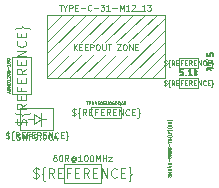
<source format=gbr>
G04 #@! TF.GenerationSoftware,KiCad,Pcbnew,(5.1.4)-1*
G04 #@! TF.CreationDate,2022-05-10T00:39:04+09:00*
G04 #@! TF.ProjectId,Unified-Daughterboard,556e6966-6965-4642-9d44-617567687465,C3*
G04 #@! TF.SameCoordinates,Original*
G04 #@! TF.FileFunction,Other,Fab,Top*
%FSLAX46Y46*%
G04 Gerber Fmt 4.6, Leading zero omitted, Abs format (unit mm)*
G04 Created by KiCad (PCBNEW (5.1.4)-1) date 2022-05-10 00:39:04*
%MOMM*%
%LPD*%
G04 APERTURE LIST*
%ADD10C,0.100000*%
%ADD11C,0.120000*%
%ADD12C,0.050000*%
%ADD13C,0.063500*%
%ADD14C,0.050800*%
%ADD15C,0.127000*%
%ADD16C,0.075000*%
%ADD17C,0.125000*%
G04 APERTURE END LIST*
D10*
X73752500Y-66593000D02*
X74002500Y-66843000D01*
X76252500Y-66843000D02*
X76252500Y-65843000D01*
X74002500Y-66843000D02*
X76252500Y-66843000D01*
X73752500Y-65843000D02*
X73752500Y-66593000D01*
X73752500Y-65843000D02*
X76252500Y-65843000D01*
X71425000Y-70701000D02*
X74625000Y-70701000D01*
X71425000Y-72301000D02*
X71425000Y-70701000D01*
X74625000Y-72301000D02*
X71425000Y-72301000D01*
X74625000Y-70701000D02*
X74625000Y-72301000D01*
X81202500Y-61743000D02*
X82802500Y-61743000D01*
X82802500Y-61743000D02*
X82802500Y-62543000D01*
X82802500Y-62543000D02*
X81202500Y-62543000D01*
X81202500Y-62543000D02*
X81202500Y-61743000D01*
X67090500Y-64807000D02*
X67090500Y-61607000D01*
X68690500Y-64807000D02*
X67090500Y-64807000D01*
X68690500Y-61607000D02*
X68690500Y-64807000D01*
X67090500Y-61607000D02*
X68690500Y-61607000D01*
X68909500Y-66890000D02*
X68409500Y-66890000D01*
X68909500Y-66490000D02*
X69509500Y-66890000D01*
X68909500Y-67290000D02*
X68909500Y-66490000D01*
X69509500Y-66890000D02*
X68909500Y-67290000D01*
X69509500Y-66890000D02*
X69509500Y-66340000D01*
X69509500Y-66890000D02*
X69509500Y-67440000D01*
X69909500Y-66890000D02*
X69509500Y-66890000D01*
X70559500Y-65990000D02*
X70559500Y-67790000D01*
X67759500Y-65990000D02*
X70559500Y-65990000D01*
X67759500Y-67790000D02*
X67759500Y-65990000D01*
X70559500Y-67790000D02*
X67759500Y-67790000D01*
D11*
X80002500Y-63443000D02*
X80002500Y-58043000D01*
X80002500Y-58043000D02*
X70002500Y-58043000D01*
X70002500Y-58043000D02*
X70002500Y-63443000D01*
X70002500Y-63443000D02*
X80002500Y-63443000D01*
D12*
X80002500Y-59343000D02*
X75902500Y-63443000D01*
X80002500Y-60343000D02*
X76902500Y-63443000D01*
X79302500Y-58043000D02*
X76902500Y-60343000D01*
X80002500Y-61343000D02*
X77902500Y-63443000D01*
X80002500Y-62343000D02*
X78902500Y-63443000D01*
X75902500Y-61443000D02*
X73902500Y-63443000D01*
X76902500Y-61443000D02*
X74902500Y-63443000D01*
X80002500Y-58343000D02*
X77902500Y-60343000D01*
X78302500Y-58043000D02*
X75902500Y-60343000D01*
X74902500Y-61443000D02*
X72902500Y-63443000D01*
X73902500Y-61443000D02*
X71902500Y-63443000D01*
X77302500Y-58043000D02*
X74902500Y-60343000D01*
X76302500Y-58043000D02*
X73902500Y-60343000D01*
X72902500Y-61443000D02*
X70902500Y-63443000D01*
X71902500Y-61443000D02*
X70002500Y-63343000D01*
X75302500Y-58043000D02*
X72902500Y-60343000D01*
X74302500Y-58043000D02*
X70002500Y-62343000D01*
X73302500Y-58043000D02*
X70002500Y-61343000D01*
X72302500Y-58043000D02*
X70002500Y-60343000D01*
X71302500Y-58043000D02*
X70002500Y-59343000D01*
D10*
X81202500Y-64243000D02*
X81202500Y-63443000D01*
X82802500Y-64243000D02*
X81202500Y-64243000D01*
X82802500Y-63443000D02*
X82802500Y-64243000D01*
X81202500Y-63443000D02*
X82802500Y-63443000D01*
D13*
X73327309Y-65401504D02*
X73472452Y-65401504D01*
X73399880Y-65655504D02*
X73399880Y-65401504D01*
X73557119Y-65655504D02*
X73557119Y-65401504D01*
X73653880Y-65401504D01*
X73678071Y-65413600D01*
X73690166Y-65425695D01*
X73702261Y-65449885D01*
X73702261Y-65486171D01*
X73690166Y-65510361D01*
X73678071Y-65522457D01*
X73653880Y-65534552D01*
X73557119Y-65534552D01*
X73811119Y-65655504D02*
X73811119Y-65401504D01*
X73871595Y-65401504D01*
X73907880Y-65413600D01*
X73932071Y-65437790D01*
X73944166Y-65461980D01*
X73956261Y-65510361D01*
X73956261Y-65546647D01*
X73944166Y-65595028D01*
X73932071Y-65619219D01*
X73907880Y-65643409D01*
X73871595Y-65655504D01*
X73811119Y-65655504D01*
X74173976Y-65486171D02*
X74173976Y-65655504D01*
X74113500Y-65389409D02*
X74053023Y-65570838D01*
X74210261Y-65570838D01*
X74307023Y-65522457D02*
X74391690Y-65522457D01*
X74427976Y-65655504D02*
X74307023Y-65655504D01*
X74307023Y-65401504D01*
X74427976Y-65401504D01*
X74585214Y-65401504D02*
X74609404Y-65401504D01*
X74633595Y-65413600D01*
X74645690Y-65425695D01*
X74657785Y-65449885D01*
X74669880Y-65498266D01*
X74669880Y-65558742D01*
X74657785Y-65607123D01*
X74645690Y-65631314D01*
X74633595Y-65643409D01*
X74609404Y-65655504D01*
X74585214Y-65655504D01*
X74561023Y-65643409D01*
X74548928Y-65631314D01*
X74536833Y-65607123D01*
X74524738Y-65558742D01*
X74524738Y-65498266D01*
X74536833Y-65449885D01*
X74548928Y-65425695D01*
X74561023Y-65413600D01*
X74585214Y-65401504D01*
X74899690Y-65401504D02*
X74778738Y-65401504D01*
X74766642Y-65522457D01*
X74778738Y-65510361D01*
X74802928Y-65498266D01*
X74863404Y-65498266D01*
X74887595Y-65510361D01*
X74899690Y-65522457D01*
X74911785Y-65546647D01*
X74911785Y-65607123D01*
X74899690Y-65631314D01*
X74887595Y-65643409D01*
X74863404Y-65655504D01*
X74802928Y-65655504D01*
X74778738Y-65643409D01*
X74766642Y-65631314D01*
X75020642Y-65401504D02*
X75020642Y-65607123D01*
X75032738Y-65631314D01*
X75044833Y-65643409D01*
X75069023Y-65655504D01*
X75117404Y-65655504D01*
X75141595Y-65643409D01*
X75153690Y-65631314D01*
X75165785Y-65607123D01*
X75165785Y-65401504D01*
X75335119Y-65401504D02*
X75359309Y-65401504D01*
X75383500Y-65413600D01*
X75395595Y-65425695D01*
X75407690Y-65449885D01*
X75419785Y-65498266D01*
X75419785Y-65558742D01*
X75407690Y-65607123D01*
X75395595Y-65631314D01*
X75383500Y-65643409D01*
X75359309Y-65655504D01*
X75335119Y-65655504D01*
X75310928Y-65643409D01*
X75298833Y-65631314D01*
X75286738Y-65607123D01*
X75274642Y-65558742D01*
X75274642Y-65498266D01*
X75286738Y-65449885D01*
X75298833Y-65425695D01*
X75310928Y-65413600D01*
X75335119Y-65401504D01*
X75637500Y-65401504D02*
X75589119Y-65401504D01*
X75564928Y-65413600D01*
X75552833Y-65425695D01*
X75528642Y-65461980D01*
X75516547Y-65510361D01*
X75516547Y-65607123D01*
X75528642Y-65631314D01*
X75540738Y-65643409D01*
X75564928Y-65655504D01*
X75613309Y-65655504D01*
X75637500Y-65643409D01*
X75649595Y-65631314D01*
X75661690Y-65607123D01*
X75661690Y-65546647D01*
X75649595Y-65522457D01*
X75637500Y-65510361D01*
X75613309Y-65498266D01*
X75564928Y-65498266D01*
X75540738Y-65510361D01*
X75528642Y-65522457D01*
X75516547Y-65546647D01*
X75770547Y-65655504D02*
X75770547Y-65401504D01*
X75831023Y-65401504D01*
X75867309Y-65413600D01*
X75891500Y-65437790D01*
X75903595Y-65461980D01*
X75915690Y-65510361D01*
X75915690Y-65546647D01*
X75903595Y-65595028D01*
X75891500Y-65619219D01*
X75867309Y-65643409D01*
X75831023Y-65655504D01*
X75770547Y-65655504D01*
X76193880Y-65679695D02*
X76169690Y-65667600D01*
X76145500Y-65643409D01*
X76109214Y-65607123D01*
X76085023Y-65595028D01*
X76060833Y-65595028D01*
X76072928Y-65655504D02*
X76048738Y-65643409D01*
X76024547Y-65619219D01*
X76012452Y-65570838D01*
X76012452Y-65486171D01*
X76024547Y-65437790D01*
X76048738Y-65413600D01*
X76072928Y-65401504D01*
X76121309Y-65401504D01*
X76145500Y-65413600D01*
X76169690Y-65437790D01*
X76181785Y-65486171D01*
X76181785Y-65570838D01*
X76169690Y-65619219D01*
X76145500Y-65643409D01*
X76121309Y-65655504D01*
X76072928Y-65655504D01*
X76278547Y-65582933D02*
X76399500Y-65582933D01*
X76254357Y-65655504D02*
X76339023Y-65401504D01*
X76423690Y-65655504D01*
X76653500Y-65655504D02*
X76568833Y-65534552D01*
X76508357Y-65655504D02*
X76508357Y-65401504D01*
X76605119Y-65401504D01*
X76629309Y-65413600D01*
X76641404Y-65425695D01*
X76653500Y-65449885D01*
X76653500Y-65486171D01*
X76641404Y-65510361D01*
X76629309Y-65522457D01*
X76605119Y-65534552D01*
X76508357Y-65534552D01*
D10*
X72134642Y-66565619D02*
X72213214Y-66591809D01*
X72344166Y-66591809D01*
X72396547Y-66565619D01*
X72422738Y-66539428D01*
X72448928Y-66487047D01*
X72448928Y-66434666D01*
X72422738Y-66382285D01*
X72396547Y-66356095D01*
X72344166Y-66329904D01*
X72239404Y-66303714D01*
X72187023Y-66277523D01*
X72160833Y-66251333D01*
X72134642Y-66198952D01*
X72134642Y-66146571D01*
X72160833Y-66094190D01*
X72187023Y-66068000D01*
X72239404Y-66041809D01*
X72370357Y-66041809D01*
X72448928Y-66068000D01*
X72291785Y-65963238D02*
X72291785Y-66670380D01*
X72841785Y-66801333D02*
X72815595Y-66801333D01*
X72763214Y-66775142D01*
X72737023Y-66722761D01*
X72737023Y-66460857D01*
X72710833Y-66408476D01*
X72658452Y-66382285D01*
X72710833Y-66356095D01*
X72737023Y-66303714D01*
X72737023Y-66041809D01*
X72763214Y-65989428D01*
X72815595Y-65963238D01*
X72841785Y-65963238D01*
X73365595Y-66591809D02*
X73182261Y-66329904D01*
X73051309Y-66591809D02*
X73051309Y-66041809D01*
X73260833Y-66041809D01*
X73313214Y-66068000D01*
X73339404Y-66094190D01*
X73365595Y-66146571D01*
X73365595Y-66225142D01*
X73339404Y-66277523D01*
X73313214Y-66303714D01*
X73260833Y-66329904D01*
X73051309Y-66329904D01*
X73601309Y-66303714D02*
X73784642Y-66303714D01*
X73863214Y-66591809D02*
X73601309Y-66591809D01*
X73601309Y-66041809D01*
X73863214Y-66041809D01*
X74282261Y-66303714D02*
X74098928Y-66303714D01*
X74098928Y-66591809D02*
X74098928Y-66041809D01*
X74360833Y-66041809D01*
X74570357Y-66303714D02*
X74753690Y-66303714D01*
X74832261Y-66591809D02*
X74570357Y-66591809D01*
X74570357Y-66041809D01*
X74832261Y-66041809D01*
X75382261Y-66591809D02*
X75198928Y-66329904D01*
X75067976Y-66591809D02*
X75067976Y-66041809D01*
X75277500Y-66041809D01*
X75329880Y-66068000D01*
X75356071Y-66094190D01*
X75382261Y-66146571D01*
X75382261Y-66225142D01*
X75356071Y-66277523D01*
X75329880Y-66303714D01*
X75277500Y-66329904D01*
X75067976Y-66329904D01*
X75617976Y-66303714D02*
X75801309Y-66303714D01*
X75879880Y-66591809D02*
X75617976Y-66591809D01*
X75617976Y-66041809D01*
X75879880Y-66041809D01*
X76115595Y-66591809D02*
X76115595Y-66041809D01*
X76429880Y-66591809D01*
X76429880Y-66041809D01*
X77006071Y-66539428D02*
X76979880Y-66565619D01*
X76901309Y-66591809D01*
X76848928Y-66591809D01*
X76770357Y-66565619D01*
X76717976Y-66513238D01*
X76691785Y-66460857D01*
X76665595Y-66356095D01*
X76665595Y-66277523D01*
X76691785Y-66172761D01*
X76717976Y-66120380D01*
X76770357Y-66068000D01*
X76848928Y-66041809D01*
X76901309Y-66041809D01*
X76979880Y-66068000D01*
X77006071Y-66094190D01*
X77241785Y-66303714D02*
X77425119Y-66303714D01*
X77503690Y-66591809D02*
X77241785Y-66591809D01*
X77241785Y-66041809D01*
X77503690Y-66041809D01*
X77687023Y-66801333D02*
X77713214Y-66801333D01*
X77765595Y-66775142D01*
X77791785Y-66722761D01*
X77791785Y-66460857D01*
X77817976Y-66408476D01*
X77870357Y-66382285D01*
X77817976Y-66356095D01*
X77791785Y-66303714D01*
X77791785Y-66041809D01*
X77765595Y-65989428D01*
X77713214Y-65963238D01*
X77687023Y-65963238D01*
D14*
X70796571Y-69952809D02*
X70699809Y-69952809D01*
X70651428Y-69977000D01*
X70627238Y-70001190D01*
X70578857Y-70073761D01*
X70554666Y-70170523D01*
X70554666Y-70364047D01*
X70578857Y-70412428D01*
X70603047Y-70436619D01*
X70651428Y-70460809D01*
X70748190Y-70460809D01*
X70796571Y-70436619D01*
X70820761Y-70412428D01*
X70844952Y-70364047D01*
X70844952Y-70243095D01*
X70820761Y-70194714D01*
X70796571Y-70170523D01*
X70748190Y-70146333D01*
X70651428Y-70146333D01*
X70603047Y-70170523D01*
X70578857Y-70194714D01*
X70554666Y-70243095D01*
X71159428Y-69952809D02*
X71207809Y-69952809D01*
X71256190Y-69977000D01*
X71280380Y-70001190D01*
X71304571Y-70049571D01*
X71328761Y-70146333D01*
X71328761Y-70267285D01*
X71304571Y-70364047D01*
X71280380Y-70412428D01*
X71256190Y-70436619D01*
X71207809Y-70460809D01*
X71159428Y-70460809D01*
X71111047Y-70436619D01*
X71086857Y-70412428D01*
X71062666Y-70364047D01*
X71038476Y-70267285D01*
X71038476Y-70146333D01*
X71062666Y-70049571D01*
X71086857Y-70001190D01*
X71111047Y-69977000D01*
X71159428Y-69952809D01*
X71836761Y-70460809D02*
X71667428Y-70218904D01*
X71546476Y-70460809D02*
X71546476Y-69952809D01*
X71740000Y-69952809D01*
X71788380Y-69977000D01*
X71812571Y-70001190D01*
X71836761Y-70049571D01*
X71836761Y-70122142D01*
X71812571Y-70170523D01*
X71788380Y-70194714D01*
X71740000Y-70218904D01*
X71546476Y-70218904D01*
X72368952Y-70218904D02*
X72344761Y-70194714D01*
X72296380Y-70170523D01*
X72248000Y-70170523D01*
X72199619Y-70194714D01*
X72175428Y-70218904D01*
X72151238Y-70267285D01*
X72151238Y-70315666D01*
X72175428Y-70364047D01*
X72199619Y-70388238D01*
X72248000Y-70412428D01*
X72296380Y-70412428D01*
X72344761Y-70388238D01*
X72368952Y-70364047D01*
X72368952Y-70170523D02*
X72368952Y-70364047D01*
X72393142Y-70388238D01*
X72417333Y-70388238D01*
X72465714Y-70364047D01*
X72489904Y-70315666D01*
X72489904Y-70194714D01*
X72441523Y-70122142D01*
X72368952Y-70073761D01*
X72272190Y-70049571D01*
X72175428Y-70073761D01*
X72102857Y-70122142D01*
X72054476Y-70194714D01*
X72030285Y-70291476D01*
X72054476Y-70388238D01*
X72102857Y-70460809D01*
X72175428Y-70509190D01*
X72272190Y-70533380D01*
X72368952Y-70509190D01*
X72441523Y-70460809D01*
X72973714Y-70460809D02*
X72683428Y-70460809D01*
X72828571Y-70460809D02*
X72828571Y-69952809D01*
X72780190Y-70025380D01*
X72731809Y-70073761D01*
X72683428Y-70097952D01*
X73288190Y-69952809D02*
X73336571Y-69952809D01*
X73384952Y-69977000D01*
X73409142Y-70001190D01*
X73433333Y-70049571D01*
X73457523Y-70146333D01*
X73457523Y-70267285D01*
X73433333Y-70364047D01*
X73409142Y-70412428D01*
X73384952Y-70436619D01*
X73336571Y-70460809D01*
X73288190Y-70460809D01*
X73239809Y-70436619D01*
X73215619Y-70412428D01*
X73191428Y-70364047D01*
X73167238Y-70267285D01*
X73167238Y-70146333D01*
X73191428Y-70049571D01*
X73215619Y-70001190D01*
X73239809Y-69977000D01*
X73288190Y-69952809D01*
X73772000Y-69952809D02*
X73820380Y-69952809D01*
X73868761Y-69977000D01*
X73892952Y-70001190D01*
X73917142Y-70049571D01*
X73941333Y-70146333D01*
X73941333Y-70267285D01*
X73917142Y-70364047D01*
X73892952Y-70412428D01*
X73868761Y-70436619D01*
X73820380Y-70460809D01*
X73772000Y-70460809D01*
X73723619Y-70436619D01*
X73699428Y-70412428D01*
X73675238Y-70364047D01*
X73651047Y-70267285D01*
X73651047Y-70146333D01*
X73675238Y-70049571D01*
X73699428Y-70001190D01*
X73723619Y-69977000D01*
X73772000Y-69952809D01*
X74159047Y-70460809D02*
X74159047Y-69952809D01*
X74328380Y-70315666D01*
X74497714Y-69952809D01*
X74497714Y-70460809D01*
X74739619Y-70460809D02*
X74739619Y-69952809D01*
X74739619Y-70194714D02*
X75029904Y-70194714D01*
X75029904Y-70460809D02*
X75029904Y-69952809D01*
X75223428Y-70122142D02*
X75489523Y-70122142D01*
X75223428Y-70460809D01*
X75489523Y-70460809D01*
D11*
X68853571Y-71824809D02*
X68967857Y-71862904D01*
X69158333Y-71862904D01*
X69234523Y-71824809D01*
X69272619Y-71786714D01*
X69310714Y-71710523D01*
X69310714Y-71634333D01*
X69272619Y-71558142D01*
X69234523Y-71520047D01*
X69158333Y-71481952D01*
X69005952Y-71443857D01*
X68929761Y-71405761D01*
X68891666Y-71367666D01*
X68853571Y-71291476D01*
X68853571Y-71215285D01*
X68891666Y-71139095D01*
X68929761Y-71101000D01*
X69005952Y-71062904D01*
X69196428Y-71062904D01*
X69310714Y-71101000D01*
X69082142Y-70948619D02*
X69082142Y-71977190D01*
X69882142Y-72167666D02*
X69844047Y-72167666D01*
X69767857Y-72129571D01*
X69729761Y-72053380D01*
X69729761Y-71672428D01*
X69691666Y-71596238D01*
X69615476Y-71558142D01*
X69691666Y-71520047D01*
X69729761Y-71443857D01*
X69729761Y-71062904D01*
X69767857Y-70986714D01*
X69844047Y-70948619D01*
X69882142Y-70948619D01*
X70644047Y-71862904D02*
X70377380Y-71481952D01*
X70186904Y-71862904D02*
X70186904Y-71062904D01*
X70491666Y-71062904D01*
X70567857Y-71101000D01*
X70605952Y-71139095D01*
X70644047Y-71215285D01*
X70644047Y-71329571D01*
X70605952Y-71405761D01*
X70567857Y-71443857D01*
X70491666Y-71481952D01*
X70186904Y-71481952D01*
X70986904Y-71443857D02*
X71253571Y-71443857D01*
X71367857Y-71862904D02*
X70986904Y-71862904D01*
X70986904Y-71062904D01*
X71367857Y-71062904D01*
X71977380Y-71443857D02*
X71710714Y-71443857D01*
X71710714Y-71862904D02*
X71710714Y-71062904D01*
X72091666Y-71062904D01*
X72396428Y-71443857D02*
X72663095Y-71443857D01*
X72777380Y-71862904D02*
X72396428Y-71862904D01*
X72396428Y-71062904D01*
X72777380Y-71062904D01*
X73577380Y-71862904D02*
X73310714Y-71481952D01*
X73120238Y-71862904D02*
X73120238Y-71062904D01*
X73425000Y-71062904D01*
X73501190Y-71101000D01*
X73539285Y-71139095D01*
X73577380Y-71215285D01*
X73577380Y-71329571D01*
X73539285Y-71405761D01*
X73501190Y-71443857D01*
X73425000Y-71481952D01*
X73120238Y-71481952D01*
X73920238Y-71443857D02*
X74186904Y-71443857D01*
X74301190Y-71862904D02*
X73920238Y-71862904D01*
X73920238Y-71062904D01*
X74301190Y-71062904D01*
X74644047Y-71862904D02*
X74644047Y-71062904D01*
X75101190Y-71862904D01*
X75101190Y-71062904D01*
X75939285Y-71786714D02*
X75901190Y-71824809D01*
X75786904Y-71862904D01*
X75710714Y-71862904D01*
X75596428Y-71824809D01*
X75520238Y-71748619D01*
X75482142Y-71672428D01*
X75444047Y-71520047D01*
X75444047Y-71405761D01*
X75482142Y-71253380D01*
X75520238Y-71177190D01*
X75596428Y-71101000D01*
X75710714Y-71062904D01*
X75786904Y-71062904D01*
X75901190Y-71101000D01*
X75939285Y-71139095D01*
X76282142Y-71443857D02*
X76548809Y-71443857D01*
X76663095Y-71862904D02*
X76282142Y-71862904D01*
X76282142Y-71062904D01*
X76663095Y-71062904D01*
X76929761Y-72167666D02*
X76967857Y-72167666D01*
X77044047Y-72129571D01*
X77082142Y-72053380D01*
X77082142Y-71672428D01*
X77120238Y-71596238D01*
X77196428Y-71558142D01*
X77120238Y-71520047D01*
X77082142Y-71443857D01*
X77082142Y-71062904D01*
X77044047Y-70986714D01*
X76967857Y-70948619D01*
X76929761Y-70948619D01*
D15*
X84058690Y-61568476D02*
X84058690Y-61326571D01*
X83816785Y-61302380D01*
X83840976Y-61326571D01*
X83865166Y-61374952D01*
X83865166Y-61495904D01*
X83840976Y-61544285D01*
X83816785Y-61568476D01*
X83768404Y-61592666D01*
X83647452Y-61592666D01*
X83599071Y-61568476D01*
X83574880Y-61544285D01*
X83550690Y-61495904D01*
X83550690Y-61374952D01*
X83574880Y-61326571D01*
X83599071Y-61302380D01*
X83599071Y-61810380D02*
X83574880Y-61834571D01*
X83550690Y-61810380D01*
X83574880Y-61786190D01*
X83599071Y-61810380D01*
X83550690Y-61810380D01*
X83550690Y-62318380D02*
X83550690Y-62028095D01*
X83550690Y-62173238D02*
X84058690Y-62173238D01*
X83986119Y-62124857D01*
X83937738Y-62076476D01*
X83913547Y-62028095D01*
X83550690Y-62536095D02*
X84058690Y-62536095D01*
X83744214Y-62584476D02*
X83550690Y-62729619D01*
X83889357Y-62729619D02*
X83695833Y-62536095D01*
D16*
X79916785Y-62304904D02*
X79973928Y-62323952D01*
X80069166Y-62323952D01*
X80107261Y-62304904D01*
X80126309Y-62285857D01*
X80145357Y-62247761D01*
X80145357Y-62209666D01*
X80126309Y-62171571D01*
X80107261Y-62152523D01*
X80069166Y-62133476D01*
X79992976Y-62114428D01*
X79954880Y-62095380D01*
X79935833Y-62076333D01*
X79916785Y-62038238D01*
X79916785Y-62000142D01*
X79935833Y-61962047D01*
X79954880Y-61943000D01*
X79992976Y-61923952D01*
X80088214Y-61923952D01*
X80145357Y-61943000D01*
X80031071Y-61866809D02*
X80031071Y-62381095D01*
X80431071Y-62476333D02*
X80412023Y-62476333D01*
X80373928Y-62457285D01*
X80354880Y-62419190D01*
X80354880Y-62228714D01*
X80335833Y-62190619D01*
X80297738Y-62171571D01*
X80335833Y-62152523D01*
X80354880Y-62114428D01*
X80354880Y-61923952D01*
X80373928Y-61885857D01*
X80412023Y-61866809D01*
X80431071Y-61866809D01*
X80812023Y-62323952D02*
X80678690Y-62133476D01*
X80583452Y-62323952D02*
X80583452Y-61923952D01*
X80735833Y-61923952D01*
X80773928Y-61943000D01*
X80792976Y-61962047D01*
X80812023Y-62000142D01*
X80812023Y-62057285D01*
X80792976Y-62095380D01*
X80773928Y-62114428D01*
X80735833Y-62133476D01*
X80583452Y-62133476D01*
X80983452Y-62114428D02*
X81116785Y-62114428D01*
X81173928Y-62323952D02*
X80983452Y-62323952D01*
X80983452Y-61923952D01*
X81173928Y-61923952D01*
X81478690Y-62114428D02*
X81345357Y-62114428D01*
X81345357Y-62323952D02*
X81345357Y-61923952D01*
X81535833Y-61923952D01*
X81688214Y-62114428D02*
X81821547Y-62114428D01*
X81878690Y-62323952D02*
X81688214Y-62323952D01*
X81688214Y-61923952D01*
X81878690Y-61923952D01*
X82278690Y-62323952D02*
X82145357Y-62133476D01*
X82050119Y-62323952D02*
X82050119Y-61923952D01*
X82202500Y-61923952D01*
X82240595Y-61943000D01*
X82259642Y-61962047D01*
X82278690Y-62000142D01*
X82278690Y-62057285D01*
X82259642Y-62095380D01*
X82240595Y-62114428D01*
X82202500Y-62133476D01*
X82050119Y-62133476D01*
X82450119Y-62114428D02*
X82583452Y-62114428D01*
X82640595Y-62323952D02*
X82450119Y-62323952D01*
X82450119Y-61923952D01*
X82640595Y-61923952D01*
X82812023Y-62323952D02*
X82812023Y-61923952D01*
X83040595Y-62323952D01*
X83040595Y-61923952D01*
X83459642Y-62285857D02*
X83440595Y-62304904D01*
X83383452Y-62323952D01*
X83345357Y-62323952D01*
X83288214Y-62304904D01*
X83250119Y-62266809D01*
X83231071Y-62228714D01*
X83212023Y-62152523D01*
X83212023Y-62095380D01*
X83231071Y-62019190D01*
X83250119Y-61981095D01*
X83288214Y-61943000D01*
X83345357Y-61923952D01*
X83383452Y-61923952D01*
X83440595Y-61943000D01*
X83459642Y-61962047D01*
X83631071Y-62114428D02*
X83764404Y-62114428D01*
X83821547Y-62323952D02*
X83631071Y-62323952D01*
X83631071Y-61923952D01*
X83821547Y-61923952D01*
X83954880Y-62476333D02*
X83973928Y-62476333D01*
X84012023Y-62457285D01*
X84031071Y-62419190D01*
X84031071Y-62228714D01*
X84050119Y-62190619D01*
X84088214Y-62171571D01*
X84050119Y-62152523D01*
X84031071Y-62114428D01*
X84031071Y-61923952D01*
X84012023Y-61885857D01*
X83973928Y-61866809D01*
X83954880Y-61866809D01*
D13*
X66789833Y-64649476D02*
X66789833Y-64528523D01*
X66862404Y-64673666D02*
X66608404Y-64589000D01*
X66862404Y-64504333D01*
X66850309Y-64431761D02*
X66862404Y-64395476D01*
X66862404Y-64335000D01*
X66850309Y-64310809D01*
X66838214Y-64298714D01*
X66814023Y-64286619D01*
X66789833Y-64286619D01*
X66765642Y-64298714D01*
X66753547Y-64310809D01*
X66741452Y-64335000D01*
X66729357Y-64383380D01*
X66717261Y-64407571D01*
X66705166Y-64419666D01*
X66680976Y-64431761D01*
X66656785Y-64431761D01*
X66632595Y-64419666D01*
X66620500Y-64407571D01*
X66608404Y-64383380D01*
X66608404Y-64322904D01*
X66620500Y-64286619D01*
X66862404Y-64177761D02*
X66608404Y-64177761D01*
X66789833Y-64093095D01*
X66608404Y-64008428D01*
X66862404Y-64008428D01*
X66862404Y-63887476D02*
X66608404Y-63887476D01*
X66608404Y-63827000D01*
X66620500Y-63790714D01*
X66644690Y-63766523D01*
X66668880Y-63754428D01*
X66717261Y-63742333D01*
X66753547Y-63742333D01*
X66801928Y-63754428D01*
X66826119Y-63766523D01*
X66850309Y-63790714D01*
X66862404Y-63827000D01*
X66862404Y-63887476D01*
X66862404Y-63500428D02*
X66862404Y-63645571D01*
X66862404Y-63573000D02*
X66608404Y-63573000D01*
X66644690Y-63597190D01*
X66668880Y-63621380D01*
X66680976Y-63645571D01*
X66632595Y-63403666D02*
X66620500Y-63391571D01*
X66608404Y-63367380D01*
X66608404Y-63306904D01*
X66620500Y-63282714D01*
X66632595Y-63270619D01*
X66656785Y-63258523D01*
X66680976Y-63258523D01*
X66717261Y-63270619D01*
X66862404Y-63415761D01*
X66862404Y-63258523D01*
X66608404Y-63101285D02*
X66608404Y-63077095D01*
X66620500Y-63052904D01*
X66632595Y-63040809D01*
X66656785Y-63028714D01*
X66705166Y-63016619D01*
X66765642Y-63016619D01*
X66814023Y-63028714D01*
X66838214Y-63040809D01*
X66850309Y-63052904D01*
X66862404Y-63077095D01*
X66862404Y-63101285D01*
X66850309Y-63125476D01*
X66838214Y-63137571D01*
X66814023Y-63149666D01*
X66765642Y-63161761D01*
X66705166Y-63161761D01*
X66656785Y-63149666D01*
X66632595Y-63137571D01*
X66620500Y-63125476D01*
X66608404Y-63101285D01*
X66608404Y-62798904D02*
X66608404Y-62847285D01*
X66620500Y-62871476D01*
X66632595Y-62883571D01*
X66668880Y-62907761D01*
X66717261Y-62919857D01*
X66814023Y-62919857D01*
X66838214Y-62907761D01*
X66850309Y-62895666D01*
X66862404Y-62871476D01*
X66862404Y-62823095D01*
X66850309Y-62798904D01*
X66838214Y-62786809D01*
X66814023Y-62774714D01*
X66753547Y-62774714D01*
X66729357Y-62786809D01*
X66717261Y-62798904D01*
X66705166Y-62823095D01*
X66705166Y-62871476D01*
X66717261Y-62895666D01*
X66729357Y-62907761D01*
X66753547Y-62919857D01*
X66765642Y-62665857D02*
X66765642Y-62472333D01*
X66862404Y-62218333D02*
X66862404Y-62363476D01*
X66862404Y-62290904D02*
X66608404Y-62290904D01*
X66644690Y-62315095D01*
X66668880Y-62339285D01*
X66680976Y-62363476D01*
X66608404Y-61988523D02*
X66608404Y-62109476D01*
X66729357Y-62121571D01*
X66717261Y-62109476D01*
X66705166Y-62085285D01*
X66705166Y-62024809D01*
X66717261Y-62000619D01*
X66729357Y-61988523D01*
X66753547Y-61976428D01*
X66814023Y-61976428D01*
X66838214Y-61988523D01*
X66850309Y-62000619D01*
X66862404Y-62024809D01*
X66862404Y-62085285D01*
X66850309Y-62109476D01*
X66838214Y-62121571D01*
X66608404Y-61819190D02*
X66608404Y-61795000D01*
X66620500Y-61770809D01*
X66632595Y-61758714D01*
X66656785Y-61746619D01*
X66705166Y-61734523D01*
X66765642Y-61734523D01*
X66814023Y-61746619D01*
X66838214Y-61758714D01*
X66850309Y-61770809D01*
X66862404Y-61795000D01*
X66862404Y-61819190D01*
X66850309Y-61843380D01*
X66838214Y-61855476D01*
X66814023Y-61867571D01*
X66765642Y-61879666D01*
X66705166Y-61879666D01*
X66656785Y-61867571D01*
X66632595Y-61855476D01*
X66620500Y-61843380D01*
X66608404Y-61819190D01*
D11*
X68214309Y-67378428D02*
X68252404Y-67264142D01*
X68252404Y-67073666D01*
X68214309Y-66997476D01*
X68176214Y-66959380D01*
X68100023Y-66921285D01*
X68023833Y-66921285D01*
X67947642Y-66959380D01*
X67909547Y-66997476D01*
X67871452Y-67073666D01*
X67833357Y-67226047D01*
X67795261Y-67302238D01*
X67757166Y-67340333D01*
X67680976Y-67378428D01*
X67604785Y-67378428D01*
X67528595Y-67340333D01*
X67490500Y-67302238D01*
X67452404Y-67226047D01*
X67452404Y-67035571D01*
X67490500Y-66921285D01*
X67338119Y-67149857D02*
X68366690Y-67149857D01*
X68557166Y-66349857D02*
X68557166Y-66387952D01*
X68519071Y-66464142D01*
X68442880Y-66502238D01*
X68061928Y-66502238D01*
X67985738Y-66540333D01*
X67947642Y-66616523D01*
X67909547Y-66540333D01*
X67833357Y-66502238D01*
X67452404Y-66502238D01*
X67376214Y-66464142D01*
X67338119Y-66387952D01*
X67338119Y-66349857D01*
X68252404Y-65587952D02*
X67871452Y-65854619D01*
X68252404Y-66045095D02*
X67452404Y-66045095D01*
X67452404Y-65740333D01*
X67490500Y-65664142D01*
X67528595Y-65626047D01*
X67604785Y-65587952D01*
X67719071Y-65587952D01*
X67795261Y-65626047D01*
X67833357Y-65664142D01*
X67871452Y-65740333D01*
X67871452Y-66045095D01*
X67833357Y-65245095D02*
X67833357Y-64978428D01*
X68252404Y-64864142D02*
X68252404Y-65245095D01*
X67452404Y-65245095D01*
X67452404Y-64864142D01*
X67833357Y-64254619D02*
X67833357Y-64521285D01*
X68252404Y-64521285D02*
X67452404Y-64521285D01*
X67452404Y-64140333D01*
X67833357Y-63835571D02*
X67833357Y-63568904D01*
X68252404Y-63454619D02*
X68252404Y-63835571D01*
X67452404Y-63835571D01*
X67452404Y-63454619D01*
X68252404Y-62654619D02*
X67871452Y-62921285D01*
X68252404Y-63111761D02*
X67452404Y-63111761D01*
X67452404Y-62807000D01*
X67490500Y-62730809D01*
X67528595Y-62692714D01*
X67604785Y-62654619D01*
X67719071Y-62654619D01*
X67795261Y-62692714D01*
X67833357Y-62730809D01*
X67871452Y-62807000D01*
X67871452Y-63111761D01*
X67833357Y-62311761D02*
X67833357Y-62045095D01*
X68252404Y-61930809D02*
X68252404Y-62311761D01*
X67452404Y-62311761D01*
X67452404Y-61930809D01*
X68252404Y-61587952D02*
X67452404Y-61587952D01*
X68252404Y-61130809D01*
X67452404Y-61130809D01*
X68176214Y-60292714D02*
X68214309Y-60330809D01*
X68252404Y-60445095D01*
X68252404Y-60521285D01*
X68214309Y-60635571D01*
X68138119Y-60711761D01*
X68061928Y-60749857D01*
X67909547Y-60787952D01*
X67795261Y-60787952D01*
X67642880Y-60749857D01*
X67566690Y-60711761D01*
X67490500Y-60635571D01*
X67452404Y-60521285D01*
X67452404Y-60445095D01*
X67490500Y-60330809D01*
X67528595Y-60292714D01*
X67833357Y-59949857D02*
X67833357Y-59683190D01*
X68252404Y-59568904D02*
X68252404Y-59949857D01*
X67452404Y-59949857D01*
X67452404Y-59568904D01*
X68557166Y-59302238D02*
X68557166Y-59264142D01*
X68519071Y-59187952D01*
X68442880Y-59149857D01*
X68061928Y-59149857D01*
X67985738Y-59111761D01*
X67947642Y-59035571D01*
X67909547Y-59111761D01*
X67833357Y-59149857D01*
X67452404Y-59149857D01*
X67376214Y-59187952D01*
X67338119Y-59264142D01*
X67338119Y-59302238D01*
D17*
X67457119Y-68601380D02*
X67528547Y-68625190D01*
X67647595Y-68625190D01*
X67695214Y-68601380D01*
X67719023Y-68577571D01*
X67742833Y-68529952D01*
X67742833Y-68482333D01*
X67719023Y-68434714D01*
X67695214Y-68410904D01*
X67647595Y-68387095D01*
X67552357Y-68363285D01*
X67504738Y-68339476D01*
X67480928Y-68315666D01*
X67457119Y-68268047D01*
X67457119Y-68220428D01*
X67480928Y-68172809D01*
X67504738Y-68149000D01*
X67552357Y-68125190D01*
X67671404Y-68125190D01*
X67742833Y-68149000D01*
X67957119Y-68625190D02*
X67957119Y-68125190D01*
X68123785Y-68482333D01*
X68290452Y-68125190D01*
X68290452Y-68625190D01*
X68695214Y-68363285D02*
X68528547Y-68363285D01*
X68528547Y-68625190D02*
X68528547Y-68125190D01*
X68766642Y-68125190D01*
X68980928Y-68625190D02*
X69076166Y-68625190D01*
X69123785Y-68601380D01*
X69147595Y-68577571D01*
X69195214Y-68506142D01*
X69219023Y-68410904D01*
X69219023Y-68220428D01*
X69195214Y-68172809D01*
X69171404Y-68149000D01*
X69123785Y-68125190D01*
X69028547Y-68125190D01*
X68980928Y-68149000D01*
X68957119Y-68172809D01*
X68933309Y-68220428D01*
X68933309Y-68339476D01*
X68957119Y-68387095D01*
X68980928Y-68410904D01*
X69028547Y-68434714D01*
X69123785Y-68434714D01*
X69171404Y-68410904D01*
X69195214Y-68387095D01*
X69219023Y-68339476D01*
X69433309Y-68577571D02*
X69457119Y-68601380D01*
X69433309Y-68625190D01*
X69409500Y-68601380D01*
X69433309Y-68577571D01*
X69433309Y-68625190D01*
X69766642Y-68125190D02*
X69814261Y-68125190D01*
X69861880Y-68149000D01*
X69885690Y-68172809D01*
X69909500Y-68220428D01*
X69933309Y-68315666D01*
X69933309Y-68434714D01*
X69909500Y-68529952D01*
X69885690Y-68577571D01*
X69861880Y-68601380D01*
X69814261Y-68625190D01*
X69766642Y-68625190D01*
X69719023Y-68601380D01*
X69695214Y-68577571D01*
X69671404Y-68529952D01*
X69647595Y-68434714D01*
X69647595Y-68315666D01*
X69671404Y-68220428D01*
X69695214Y-68172809D01*
X69719023Y-68149000D01*
X69766642Y-68125190D01*
X70433309Y-68577571D02*
X70409500Y-68601380D01*
X70338071Y-68625190D01*
X70290452Y-68625190D01*
X70219023Y-68601380D01*
X70171404Y-68553761D01*
X70147595Y-68506142D01*
X70123785Y-68410904D01*
X70123785Y-68339476D01*
X70147595Y-68244238D01*
X70171404Y-68196619D01*
X70219023Y-68149000D01*
X70290452Y-68125190D01*
X70338071Y-68125190D01*
X70409500Y-68149000D01*
X70433309Y-68172809D01*
X70623785Y-68482333D02*
X70861880Y-68482333D01*
X70576166Y-68625190D02*
X70742833Y-68125190D01*
X70909500Y-68625190D01*
X66552357Y-68489380D02*
X66623785Y-68513190D01*
X66742833Y-68513190D01*
X66790452Y-68489380D01*
X66814261Y-68465571D01*
X66838071Y-68417952D01*
X66838071Y-68370333D01*
X66814261Y-68322714D01*
X66790452Y-68298904D01*
X66742833Y-68275095D01*
X66647595Y-68251285D01*
X66599976Y-68227476D01*
X66576166Y-68203666D01*
X66552357Y-68156047D01*
X66552357Y-68108428D01*
X66576166Y-68060809D01*
X66599976Y-68037000D01*
X66647595Y-68013190D01*
X66766642Y-68013190D01*
X66838071Y-68037000D01*
X66695214Y-67941761D02*
X66695214Y-68584619D01*
X67195214Y-68703666D02*
X67171404Y-68703666D01*
X67123785Y-68679857D01*
X67099976Y-68632238D01*
X67099976Y-68394142D01*
X67076166Y-68346523D01*
X67028547Y-68322714D01*
X67076166Y-68298904D01*
X67099976Y-68251285D01*
X67099976Y-68013190D01*
X67123785Y-67965571D01*
X67171404Y-67941761D01*
X67195214Y-67941761D01*
X67671404Y-68513190D02*
X67504738Y-68275095D01*
X67385690Y-68513190D02*
X67385690Y-68013190D01*
X67576166Y-68013190D01*
X67623785Y-68037000D01*
X67647595Y-68060809D01*
X67671404Y-68108428D01*
X67671404Y-68179857D01*
X67647595Y-68227476D01*
X67623785Y-68251285D01*
X67576166Y-68275095D01*
X67385690Y-68275095D01*
X67885690Y-68251285D02*
X68052357Y-68251285D01*
X68123785Y-68513190D02*
X67885690Y-68513190D01*
X67885690Y-68013190D01*
X68123785Y-68013190D01*
X68504738Y-68251285D02*
X68338071Y-68251285D01*
X68338071Y-68513190D02*
X68338071Y-68013190D01*
X68576166Y-68013190D01*
X68766642Y-68251285D02*
X68933309Y-68251285D01*
X69004738Y-68513190D02*
X68766642Y-68513190D01*
X68766642Y-68013190D01*
X69004738Y-68013190D01*
X69504738Y-68513190D02*
X69338071Y-68275095D01*
X69219023Y-68513190D02*
X69219023Y-68013190D01*
X69409500Y-68013190D01*
X69457119Y-68037000D01*
X69480928Y-68060809D01*
X69504738Y-68108428D01*
X69504738Y-68179857D01*
X69480928Y-68227476D01*
X69457119Y-68251285D01*
X69409500Y-68275095D01*
X69219023Y-68275095D01*
X69719023Y-68251285D02*
X69885690Y-68251285D01*
X69957119Y-68513190D02*
X69719023Y-68513190D01*
X69719023Y-68013190D01*
X69957119Y-68013190D01*
X70171404Y-68513190D02*
X70171404Y-68013190D01*
X70457119Y-68513190D01*
X70457119Y-68013190D01*
X70980928Y-68465571D02*
X70957119Y-68489380D01*
X70885690Y-68513190D01*
X70838071Y-68513190D01*
X70766642Y-68489380D01*
X70719023Y-68441761D01*
X70695214Y-68394142D01*
X70671404Y-68298904D01*
X70671404Y-68227476D01*
X70695214Y-68132238D01*
X70719023Y-68084619D01*
X70766642Y-68037000D01*
X70838071Y-68013190D01*
X70885690Y-68013190D01*
X70957119Y-68037000D01*
X70980928Y-68060809D01*
X71195214Y-68251285D02*
X71361880Y-68251285D01*
X71433309Y-68513190D02*
X71195214Y-68513190D01*
X71195214Y-68013190D01*
X71433309Y-68013190D01*
X71599976Y-68703666D02*
X71623785Y-68703666D01*
X71671404Y-68679857D01*
X71695214Y-68632238D01*
X71695214Y-68394142D01*
X71719023Y-68346523D01*
X71766642Y-68322714D01*
X71719023Y-68298904D01*
X71695214Y-68251285D01*
X71695214Y-68013190D01*
X71671404Y-67965571D01*
X71623785Y-67941761D01*
X71599976Y-67941761D01*
X71035833Y-57219190D02*
X71321547Y-57219190D01*
X71178690Y-57719190D02*
X71178690Y-57219190D01*
X71583452Y-57481095D02*
X71583452Y-57719190D01*
X71416785Y-57219190D02*
X71583452Y-57481095D01*
X71750119Y-57219190D01*
X71916785Y-57719190D02*
X71916785Y-57219190D01*
X72107261Y-57219190D01*
X72154880Y-57243000D01*
X72178690Y-57266809D01*
X72202500Y-57314428D01*
X72202500Y-57385857D01*
X72178690Y-57433476D01*
X72154880Y-57457285D01*
X72107261Y-57481095D01*
X71916785Y-57481095D01*
X72416785Y-57457285D02*
X72583452Y-57457285D01*
X72654880Y-57719190D02*
X72416785Y-57719190D01*
X72416785Y-57219190D01*
X72654880Y-57219190D01*
X72869166Y-57528714D02*
X73250119Y-57528714D01*
X73773928Y-57671571D02*
X73750119Y-57695380D01*
X73678690Y-57719190D01*
X73631071Y-57719190D01*
X73559642Y-57695380D01*
X73512023Y-57647761D01*
X73488214Y-57600142D01*
X73464404Y-57504904D01*
X73464404Y-57433476D01*
X73488214Y-57338238D01*
X73512023Y-57290619D01*
X73559642Y-57243000D01*
X73631071Y-57219190D01*
X73678690Y-57219190D01*
X73750119Y-57243000D01*
X73773928Y-57266809D01*
X73988214Y-57528714D02*
X74369166Y-57528714D01*
X74559642Y-57219190D02*
X74869166Y-57219190D01*
X74702500Y-57409666D01*
X74773928Y-57409666D01*
X74821547Y-57433476D01*
X74845357Y-57457285D01*
X74869166Y-57504904D01*
X74869166Y-57623952D01*
X74845357Y-57671571D01*
X74821547Y-57695380D01*
X74773928Y-57719190D01*
X74631071Y-57719190D01*
X74583452Y-57695380D01*
X74559642Y-57671571D01*
X75345357Y-57719190D02*
X75059642Y-57719190D01*
X75202500Y-57719190D02*
X75202500Y-57219190D01*
X75154880Y-57290619D01*
X75107261Y-57338238D01*
X75059642Y-57362047D01*
X75559642Y-57528714D02*
X75940595Y-57528714D01*
X76178690Y-57719190D02*
X76178690Y-57219190D01*
X76345357Y-57576333D01*
X76512023Y-57219190D01*
X76512023Y-57719190D01*
X77012023Y-57719190D02*
X76726309Y-57719190D01*
X76869166Y-57719190D02*
X76869166Y-57219190D01*
X76821547Y-57290619D01*
X76773928Y-57338238D01*
X76726309Y-57362047D01*
X77202500Y-57266809D02*
X77226309Y-57243000D01*
X77273928Y-57219190D01*
X77392976Y-57219190D01*
X77440595Y-57243000D01*
X77464404Y-57266809D01*
X77488214Y-57314428D01*
X77488214Y-57362047D01*
X77464404Y-57433476D01*
X77178690Y-57719190D01*
X77488214Y-57719190D01*
X77583452Y-57766809D02*
X77964404Y-57766809D01*
X78345357Y-57719190D02*
X78059642Y-57719190D01*
X78202500Y-57719190D02*
X78202500Y-57219190D01*
X78154880Y-57290619D01*
X78107261Y-57338238D01*
X78059642Y-57362047D01*
X78512023Y-57219190D02*
X78821547Y-57219190D01*
X78654880Y-57409666D01*
X78726309Y-57409666D01*
X78773928Y-57433476D01*
X78797738Y-57457285D01*
X78821547Y-57504904D01*
X78821547Y-57623952D01*
X78797738Y-57671571D01*
X78773928Y-57695380D01*
X78726309Y-57719190D01*
X78583452Y-57719190D01*
X78535833Y-57695380D01*
X78512023Y-57671571D01*
X72276309Y-61069190D02*
X72276309Y-60569190D01*
X72562023Y-61069190D02*
X72347738Y-60783476D01*
X72562023Y-60569190D02*
X72276309Y-60854904D01*
X72776309Y-60807285D02*
X72942976Y-60807285D01*
X73014404Y-61069190D02*
X72776309Y-61069190D01*
X72776309Y-60569190D01*
X73014404Y-60569190D01*
X73228690Y-60807285D02*
X73395357Y-60807285D01*
X73466785Y-61069190D02*
X73228690Y-61069190D01*
X73228690Y-60569190D01*
X73466785Y-60569190D01*
X73681071Y-61069190D02*
X73681071Y-60569190D01*
X73871547Y-60569190D01*
X73919166Y-60593000D01*
X73942976Y-60616809D01*
X73966785Y-60664428D01*
X73966785Y-60735857D01*
X73942976Y-60783476D01*
X73919166Y-60807285D01*
X73871547Y-60831095D01*
X73681071Y-60831095D01*
X74276309Y-60569190D02*
X74371547Y-60569190D01*
X74419166Y-60593000D01*
X74466785Y-60640619D01*
X74490595Y-60735857D01*
X74490595Y-60902523D01*
X74466785Y-60997761D01*
X74419166Y-61045380D01*
X74371547Y-61069190D01*
X74276309Y-61069190D01*
X74228690Y-61045380D01*
X74181071Y-60997761D01*
X74157261Y-60902523D01*
X74157261Y-60735857D01*
X74181071Y-60640619D01*
X74228690Y-60593000D01*
X74276309Y-60569190D01*
X74704880Y-60569190D02*
X74704880Y-60973952D01*
X74728690Y-61021571D01*
X74752500Y-61045380D01*
X74800119Y-61069190D01*
X74895357Y-61069190D01*
X74942976Y-61045380D01*
X74966785Y-61021571D01*
X74990595Y-60973952D01*
X74990595Y-60569190D01*
X75157261Y-60569190D02*
X75442976Y-60569190D01*
X75300119Y-61069190D02*
X75300119Y-60569190D01*
X75942976Y-60569190D02*
X76276309Y-60569190D01*
X75942976Y-61069190D01*
X76276309Y-61069190D01*
X76562023Y-60569190D02*
X76657261Y-60569190D01*
X76704880Y-60593000D01*
X76752500Y-60640619D01*
X76776309Y-60735857D01*
X76776309Y-60902523D01*
X76752500Y-60997761D01*
X76704880Y-61045380D01*
X76657261Y-61069190D01*
X76562023Y-61069190D01*
X76514404Y-61045380D01*
X76466785Y-60997761D01*
X76442976Y-60902523D01*
X76442976Y-60735857D01*
X76466785Y-60640619D01*
X76514404Y-60593000D01*
X76562023Y-60569190D01*
X76990595Y-61069190D02*
X76990595Y-60569190D01*
X77276309Y-61069190D01*
X77276309Y-60569190D01*
X77514404Y-60807285D02*
X77681071Y-60807285D01*
X77752500Y-61069190D02*
X77514404Y-61069190D01*
X77514404Y-60569190D01*
X77752500Y-60569190D01*
D13*
X80477309Y-71762047D02*
X80489404Y-71725761D01*
X80489404Y-71665285D01*
X80477309Y-71641095D01*
X80465214Y-71629000D01*
X80441023Y-71616904D01*
X80416833Y-71616904D01*
X80392642Y-71629000D01*
X80380547Y-71641095D01*
X80368452Y-71665285D01*
X80356357Y-71713666D01*
X80344261Y-71737857D01*
X80332166Y-71749952D01*
X80307976Y-71762047D01*
X80283785Y-71762047D01*
X80259595Y-71749952D01*
X80247500Y-71737857D01*
X80235404Y-71713666D01*
X80235404Y-71653190D01*
X80247500Y-71616904D01*
X80489404Y-71508047D02*
X80235404Y-71508047D01*
X80416833Y-71423380D01*
X80235404Y-71338714D01*
X80489404Y-71338714D01*
X80235404Y-71169380D02*
X80235404Y-71145190D01*
X80247500Y-71121000D01*
X80259595Y-71108904D01*
X80283785Y-71096809D01*
X80332166Y-71084714D01*
X80392642Y-71084714D01*
X80441023Y-71096809D01*
X80465214Y-71108904D01*
X80477309Y-71121000D01*
X80489404Y-71145190D01*
X80489404Y-71169380D01*
X80477309Y-71193571D01*
X80465214Y-71205666D01*
X80441023Y-71217761D01*
X80392642Y-71229857D01*
X80332166Y-71229857D01*
X80283785Y-71217761D01*
X80259595Y-71205666D01*
X80247500Y-71193571D01*
X80235404Y-71169380D01*
X80320071Y-70867000D02*
X80489404Y-70867000D01*
X80223309Y-70927476D02*
X80404738Y-70987952D01*
X80404738Y-70830714D01*
X80356357Y-70649285D02*
X80368452Y-70613000D01*
X80380547Y-70600904D01*
X80404738Y-70588809D01*
X80441023Y-70588809D01*
X80465214Y-70600904D01*
X80477309Y-70613000D01*
X80489404Y-70637190D01*
X80489404Y-70733952D01*
X80235404Y-70733952D01*
X80235404Y-70649285D01*
X80247500Y-70625095D01*
X80259595Y-70613000D01*
X80283785Y-70600904D01*
X80307976Y-70600904D01*
X80332166Y-70613000D01*
X80344261Y-70625095D01*
X80356357Y-70649285D01*
X80356357Y-70733952D01*
X80392642Y-70479952D02*
X80392642Y-70286428D01*
X80477309Y-70177571D02*
X80489404Y-70141285D01*
X80489404Y-70080809D01*
X80477309Y-70056619D01*
X80465214Y-70044523D01*
X80441023Y-70032428D01*
X80416833Y-70032428D01*
X80392642Y-70044523D01*
X80380547Y-70056619D01*
X80368452Y-70080809D01*
X80356357Y-70129190D01*
X80344261Y-70153380D01*
X80332166Y-70165476D01*
X80307976Y-70177571D01*
X80283785Y-70177571D01*
X80259595Y-70165476D01*
X80247500Y-70153380D01*
X80235404Y-70129190D01*
X80235404Y-70068714D01*
X80247500Y-70032428D01*
X80489404Y-69778428D02*
X80368452Y-69863095D01*
X80489404Y-69923571D02*
X80235404Y-69923571D01*
X80235404Y-69826809D01*
X80247500Y-69802619D01*
X80259595Y-69790523D01*
X80283785Y-69778428D01*
X80320071Y-69778428D01*
X80344261Y-69790523D01*
X80356357Y-69802619D01*
X80368452Y-69826809D01*
X80368452Y-69923571D01*
X80477309Y-69681666D02*
X80489404Y-69645380D01*
X80489404Y-69584904D01*
X80477309Y-69560714D01*
X80465214Y-69548619D01*
X80441023Y-69536523D01*
X80416833Y-69536523D01*
X80392642Y-69548619D01*
X80380547Y-69560714D01*
X80368452Y-69584904D01*
X80356357Y-69633285D01*
X80344261Y-69657476D01*
X80332166Y-69669571D01*
X80307976Y-69681666D01*
X80283785Y-69681666D01*
X80259595Y-69669571D01*
X80247500Y-69657476D01*
X80235404Y-69633285D01*
X80235404Y-69572809D01*
X80247500Y-69536523D01*
X80477309Y-69439761D02*
X80489404Y-69403476D01*
X80489404Y-69343000D01*
X80477309Y-69318809D01*
X80465214Y-69306714D01*
X80441023Y-69294619D01*
X80416833Y-69294619D01*
X80392642Y-69306714D01*
X80380547Y-69318809D01*
X80368452Y-69343000D01*
X80356357Y-69391380D01*
X80344261Y-69415571D01*
X80332166Y-69427666D01*
X80307976Y-69439761D01*
X80283785Y-69439761D01*
X80259595Y-69427666D01*
X80247500Y-69415571D01*
X80235404Y-69391380D01*
X80235404Y-69330904D01*
X80247500Y-69294619D01*
X80392642Y-69185761D02*
X80392642Y-68992238D01*
X80235404Y-68907571D02*
X80235404Y-68762428D01*
X80489404Y-68835000D02*
X80235404Y-68835000D01*
X80356357Y-68593095D02*
X80368452Y-68556809D01*
X80380547Y-68544714D01*
X80404738Y-68532619D01*
X80441023Y-68532619D01*
X80465214Y-68544714D01*
X80477309Y-68556809D01*
X80489404Y-68581000D01*
X80489404Y-68677761D01*
X80235404Y-68677761D01*
X80235404Y-68593095D01*
X80247500Y-68568904D01*
X80259595Y-68556809D01*
X80283785Y-68544714D01*
X80307976Y-68544714D01*
X80332166Y-68556809D01*
X80344261Y-68568904D01*
X80356357Y-68593095D01*
X80356357Y-68677761D01*
X80586166Y-68351190D02*
X80574071Y-68363285D01*
X80537785Y-68387476D01*
X80513595Y-68399571D01*
X80477309Y-68411666D01*
X80416833Y-68423761D01*
X80368452Y-68423761D01*
X80307976Y-68411666D01*
X80271690Y-68399571D01*
X80247500Y-68387476D01*
X80211214Y-68363285D01*
X80199119Y-68351190D01*
X80489404Y-68133476D02*
X80489404Y-68254428D01*
X80235404Y-68254428D01*
X80356357Y-67964142D02*
X80356357Y-68048809D01*
X80489404Y-68048809D02*
X80235404Y-68048809D01*
X80235404Y-67927857D01*
X80586166Y-67855285D02*
X80574071Y-67843190D01*
X80537785Y-67819000D01*
X80513595Y-67806904D01*
X80477309Y-67794809D01*
X80416833Y-67782714D01*
X80368452Y-67782714D01*
X80307976Y-67794809D01*
X80271690Y-67806904D01*
X80247500Y-67819000D01*
X80211214Y-67843190D01*
X80199119Y-67855285D01*
X80586166Y-67589190D02*
X80574071Y-67601285D01*
X80537785Y-67625476D01*
X80513595Y-67637571D01*
X80477309Y-67649666D01*
X80416833Y-67661761D01*
X80368452Y-67661761D01*
X80307976Y-67649666D01*
X80271690Y-67637571D01*
X80247500Y-67625476D01*
X80211214Y-67601285D01*
X80199119Y-67589190D01*
X80477309Y-67504523D02*
X80489404Y-67468238D01*
X80489404Y-67407761D01*
X80477309Y-67383571D01*
X80465214Y-67371476D01*
X80441023Y-67359380D01*
X80416833Y-67359380D01*
X80392642Y-67371476D01*
X80380547Y-67383571D01*
X80368452Y-67407761D01*
X80356357Y-67456142D01*
X80344261Y-67480333D01*
X80332166Y-67492428D01*
X80307976Y-67504523D01*
X80283785Y-67504523D01*
X80259595Y-67492428D01*
X80247500Y-67480333D01*
X80235404Y-67456142D01*
X80235404Y-67395666D01*
X80247500Y-67359380D01*
X80489404Y-67250523D02*
X80235404Y-67250523D01*
X80489404Y-67105380D01*
X80235404Y-67105380D01*
X80586166Y-67008619D02*
X80574071Y-66996523D01*
X80537785Y-66972333D01*
X80513595Y-66960238D01*
X80477309Y-66948142D01*
X80416833Y-66936047D01*
X80368452Y-66936047D01*
X80307976Y-66948142D01*
X80271690Y-66960238D01*
X80247500Y-66972333D01*
X80211214Y-66996523D01*
X80199119Y-67008619D01*
D15*
X81554976Y-62675809D02*
X81313071Y-62675809D01*
X81288880Y-62917714D01*
X81313071Y-62893523D01*
X81361452Y-62869333D01*
X81482404Y-62869333D01*
X81530785Y-62893523D01*
X81554976Y-62917714D01*
X81579166Y-62966095D01*
X81579166Y-63087047D01*
X81554976Y-63135428D01*
X81530785Y-63159619D01*
X81482404Y-63183809D01*
X81361452Y-63183809D01*
X81313071Y-63159619D01*
X81288880Y-63135428D01*
X81796880Y-63135428D02*
X81821071Y-63159619D01*
X81796880Y-63183809D01*
X81772690Y-63159619D01*
X81796880Y-63135428D01*
X81796880Y-63183809D01*
X82304880Y-63183809D02*
X82014595Y-63183809D01*
X82159738Y-63183809D02*
X82159738Y-62675809D01*
X82111357Y-62748380D01*
X82062976Y-62796761D01*
X82014595Y-62820952D01*
X82522595Y-63183809D02*
X82522595Y-62675809D01*
X82570976Y-62990285D02*
X82716119Y-63183809D01*
X82716119Y-62845142D02*
X82522595Y-63038666D01*
D16*
X79916785Y-64004904D02*
X79973928Y-64023952D01*
X80069166Y-64023952D01*
X80107261Y-64004904D01*
X80126309Y-63985857D01*
X80145357Y-63947761D01*
X80145357Y-63909666D01*
X80126309Y-63871571D01*
X80107261Y-63852523D01*
X80069166Y-63833476D01*
X79992976Y-63814428D01*
X79954880Y-63795380D01*
X79935833Y-63776333D01*
X79916785Y-63738238D01*
X79916785Y-63700142D01*
X79935833Y-63662047D01*
X79954880Y-63643000D01*
X79992976Y-63623952D01*
X80088214Y-63623952D01*
X80145357Y-63643000D01*
X80031071Y-63566809D02*
X80031071Y-64081095D01*
X80431071Y-64176333D02*
X80412023Y-64176333D01*
X80373928Y-64157285D01*
X80354880Y-64119190D01*
X80354880Y-63928714D01*
X80335833Y-63890619D01*
X80297738Y-63871571D01*
X80335833Y-63852523D01*
X80354880Y-63814428D01*
X80354880Y-63623952D01*
X80373928Y-63585857D01*
X80412023Y-63566809D01*
X80431071Y-63566809D01*
X80812023Y-64023952D02*
X80678690Y-63833476D01*
X80583452Y-64023952D02*
X80583452Y-63623952D01*
X80735833Y-63623952D01*
X80773928Y-63643000D01*
X80792976Y-63662047D01*
X80812023Y-63700142D01*
X80812023Y-63757285D01*
X80792976Y-63795380D01*
X80773928Y-63814428D01*
X80735833Y-63833476D01*
X80583452Y-63833476D01*
X80983452Y-63814428D02*
X81116785Y-63814428D01*
X81173928Y-64023952D02*
X80983452Y-64023952D01*
X80983452Y-63623952D01*
X81173928Y-63623952D01*
X81478690Y-63814428D02*
X81345357Y-63814428D01*
X81345357Y-64023952D02*
X81345357Y-63623952D01*
X81535833Y-63623952D01*
X81688214Y-63814428D02*
X81821547Y-63814428D01*
X81878690Y-64023952D02*
X81688214Y-64023952D01*
X81688214Y-63623952D01*
X81878690Y-63623952D01*
X82278690Y-64023952D02*
X82145357Y-63833476D01*
X82050119Y-64023952D02*
X82050119Y-63623952D01*
X82202500Y-63623952D01*
X82240595Y-63643000D01*
X82259642Y-63662047D01*
X82278690Y-63700142D01*
X82278690Y-63757285D01*
X82259642Y-63795380D01*
X82240595Y-63814428D01*
X82202500Y-63833476D01*
X82050119Y-63833476D01*
X82450119Y-63814428D02*
X82583452Y-63814428D01*
X82640595Y-64023952D02*
X82450119Y-64023952D01*
X82450119Y-63623952D01*
X82640595Y-63623952D01*
X82812023Y-64023952D02*
X82812023Y-63623952D01*
X83040595Y-64023952D01*
X83040595Y-63623952D01*
X83459642Y-63985857D02*
X83440595Y-64004904D01*
X83383452Y-64023952D01*
X83345357Y-64023952D01*
X83288214Y-64004904D01*
X83250119Y-63966809D01*
X83231071Y-63928714D01*
X83212023Y-63852523D01*
X83212023Y-63795380D01*
X83231071Y-63719190D01*
X83250119Y-63681095D01*
X83288214Y-63643000D01*
X83345357Y-63623952D01*
X83383452Y-63623952D01*
X83440595Y-63643000D01*
X83459642Y-63662047D01*
X83631071Y-63814428D02*
X83764404Y-63814428D01*
X83821547Y-64023952D02*
X83631071Y-64023952D01*
X83631071Y-63623952D01*
X83821547Y-63623952D01*
X83954880Y-64176333D02*
X83973928Y-64176333D01*
X84012023Y-64157285D01*
X84031071Y-64119190D01*
X84031071Y-63928714D01*
X84050119Y-63890619D01*
X84088214Y-63871571D01*
X84050119Y-63852523D01*
X84031071Y-63814428D01*
X84031071Y-63623952D01*
X84012023Y-63585857D01*
X83973928Y-63566809D01*
X83954880Y-63566809D01*
M02*

</source>
